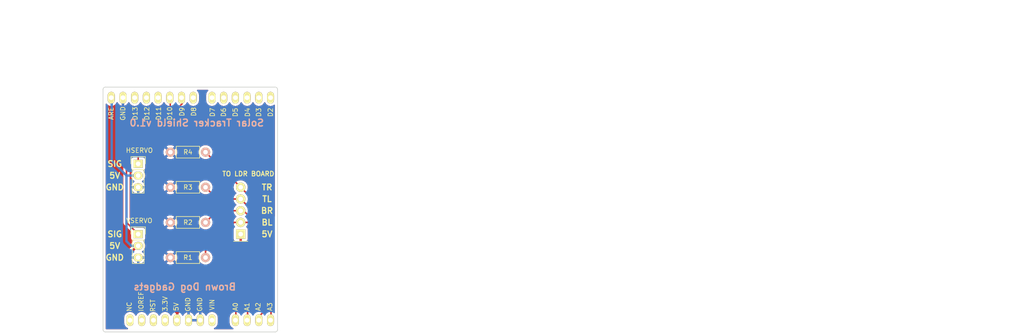
<source format=kicad_pcb>
(kicad_pcb (version 4) (host pcbnew 4.0.5-e0-6337~49~ubuntu16.04.1)

  (general
    (links 22)
    (no_connects 0)
    (area 0.004 37.465 221.076759 106.553)
    (thickness 1.6)
    (drawings 23)
    (tracks 46)
    (zones 0)
    (modules 8)
    (nets 9)
  )

  (page USLetter)
  (title_block
    (title "Solar Tracker Arduino Shield")
    (date "08 May 2017")
    (rev 1.0)
    (company "All rights reserved.")
    (comment 1 help@browndoggadgets.com)
    (comment 2 http://browndoggadgets.com/)
    (comment 3 "Brown Dog Gadgets")
  )

  (layers
    (0 F.Cu signal)
    (31 B.Cu signal)
    (34 B.Paste user)
    (35 F.Paste user)
    (36 B.SilkS user)
    (37 F.SilkS user)
    (38 B.Mask user)
    (39 F.Mask user)
    (40 Dwgs.User user)
    (44 Edge.Cuts user)
    (46 B.CrtYd user)
    (47 F.CrtYd user)
    (48 B.Fab user)
    (49 F.Fab user)
  )

  (setup
    (last_trace_width 0.3302)
    (user_trace_width 0.1524)
    (user_trace_width 0.254)
    (user_trace_width 0.3302)
    (user_trace_width 0.508)
    (user_trace_width 0.762)
    (user_trace_width 1.27)
    (trace_clearance 0.254)
    (zone_clearance 0.508)
    (zone_45_only no)
    (trace_min 0.1524)
    (segment_width 0.1524)
    (edge_width 0.1524)
    (via_size 0.6858)
    (via_drill 0.3302)
    (via_min_size 0.6858)
    (via_min_drill 0.3302)
    (user_via 0.6858 0.3302)
    (user_via 0.762 0.4064)
    (user_via 0.8636 0.508)
    (uvia_size 0.6858)
    (uvia_drill 0.3302)
    (uvias_allowed no)
    (uvia_min_size 0)
    (uvia_min_drill 0)
    (pcb_text_width 0.1524)
    (pcb_text_size 1.016 1.016)
    (mod_edge_width 0.1524)
    (mod_text_size 1.016 1.016)
    (mod_text_width 0.1524)
    (pad_size 1.524 1.524)
    (pad_drill 0.762)
    (pad_to_mask_clearance 0.0762)
    (solder_mask_min_width 0.1016)
    (pad_to_paste_clearance -0.0762)
    (aux_axis_origin 0 0)
    (visible_elements FFFEDF7D)
    (pcbplotparams
      (layerselection 0x310fc_80000001)
      (usegerberextensions true)
      (excludeedgelayer true)
      (linewidth 0.100000)
      (plotframeref false)
      (viasonmask false)
      (mode 1)
      (useauxorigin false)
      (hpglpennumber 1)
      (hpglpenspeed 20)
      (hpglpendiameter 15)
      (hpglpenoverlay 2)
      (psnegative false)
      (psa4output false)
      (plotreference true)
      (plotvalue true)
      (plotinvisibletext false)
      (padsonsilk false)
      (subtractmaskfromsilk false)
      (outputformat 1)
      (mirror false)
      (drillshape 0)
      (scaleselection 1)
      (outputdirectory gerbers))
  )

  (net 0 "")
  (net 1 GND)
  (net 2 +5V)
  (net 3 /A0/BOTTOMLEFT)
  (net 4 /A1/BOTTOMRIGHT)
  (net 5 /A2/TOPLEFT)
  (net 6 /A3/TOPRIGHT)
  (net 7 /D9/HORIZONTAL_SERVO)
  (net 8 /D10/VERTICAL_SERVO)

  (net_class Default "This is the default net class."
    (clearance 0.254)
    (trace_width 0.254)
    (via_dia 0.6858)
    (via_drill 0.3302)
    (uvia_dia 0.6858)
    (uvia_drill 0.3302)
    (add_net +5V)
    (add_net /A0/BOTTOMLEFT)
    (add_net /A1/BOTTOMRIGHT)
    (add_net /A2/TOPLEFT)
    (add_net /A3/TOPRIGHT)
    (add_net /D10/VERTICAL_SERVO)
    (add_net /D9/HORIZONTAL_SERVO)
    (add_net GND)
  )

  (module Wickerlib:RES-CARBONFILM-7MM (layer F.Cu) (tedit 5910D9E6) (tstamp 57D617EF)
    (at 44.831 69.723 180)
    (descr "Resistor, Axial,  RM 7.62mm, 1/3W,")
    (tags "Resistor Axial RM 7.62mm 1/3W R3")
    (path /57D2C491)
    (fp_text reference R3 (at 4.05892 0.30988 180) (layer F.Fab)
      (effects (font (size 1 1) (thickness 0.15)))
    )
    (fp_text value 10K (at 3.81 3.81 180) (layer F.Fab) hide
      (effects (font (size 1 1) (thickness 0.15)))
    )
    (fp_line (start -1.27 -1.524) (end 8.89 -1.524) (layer F.Fab) (width 0.05))
    (fp_line (start -1.27 1.524) (end -1.27 -1.524) (layer F.Fab) (width 0.05))
    (fp_line (start 8.89 1.524) (end -1.27 1.524) (layer F.Fab) (width 0.05))
    (fp_line (start 8.89 -1.524) (end 8.89 1.524) (layer F.Fab) (width 0.05))
    (fp_text user %R (at 3.81 0 180) (layer F.SilkS)
      (effects (font (size 1 1) (thickness 0.15)))
    )
    (fp_line (start -1.25 -1.5) (end 8.85 -1.5) (layer F.CrtYd) (width 0.05))
    (fp_line (start -1.25 1.5) (end -1.25 -1.5) (layer F.CrtYd) (width 0.05))
    (fp_line (start 8.85 -1.5) (end 8.85 1.5) (layer F.CrtYd) (width 0.05))
    (fp_line (start -1.25 1.5) (end 8.85 1.5) (layer F.CrtYd) (width 0.05))
    (fp_line (start 1.27 -1.27) (end 6.35 -1.27) (layer F.SilkS) (width 0.15))
    (fp_line (start 6.35 -1.27) (end 6.35 1.27) (layer F.SilkS) (width 0.15))
    (fp_line (start 6.35 1.27) (end 1.27 1.27) (layer F.SilkS) (width 0.15))
    (fp_line (start 1.27 1.27) (end 1.27 -1.27) (layer F.SilkS) (width 0.15))
    (pad 1 thru_hole circle (at 0 0 180) (size 1.99898 1.99898) (drill 1.00076) (layers *.Cu *.SilkS *.Mask)
      (net 5 /A2/TOPLEFT))
    (pad 2 thru_hole circle (at 7.62 0 180) (size 1.99898 1.99898) (drill 1.00076) (layers *.Cu *.SilkS *.Mask)
      (net 1 GND))
  )

  (module Wickerlib:RES-CARBONFILM-7MM (layer F.Cu) (tedit 5910D9EF) (tstamp 57D617E3)
    (at 44.831 77.343 180)
    (descr "Resistor, Axial,  RM 7.62mm, 1/3W,")
    (tags "Resistor Axial RM 7.62mm 1/3W R3")
    (path /57D2C330)
    (fp_text reference R2 (at 4.05892 0.30988 180) (layer F.Fab)
      (effects (font (size 1 1) (thickness 0.15)))
    )
    (fp_text value 10K (at 3.81 3.81 180) (layer F.Fab) hide
      (effects (font (size 1 1) (thickness 0.15)))
    )
    (fp_line (start -1.27 -1.524) (end 8.89 -1.524) (layer F.Fab) (width 0.05))
    (fp_line (start -1.27 1.524) (end -1.27 -1.524) (layer F.Fab) (width 0.05))
    (fp_line (start 8.89 1.524) (end -1.27 1.524) (layer F.Fab) (width 0.05))
    (fp_line (start 8.89 -1.524) (end 8.89 1.524) (layer F.Fab) (width 0.05))
    (fp_text user %R (at 3.81 0 180) (layer F.SilkS)
      (effects (font (size 1 1) (thickness 0.15)))
    )
    (fp_line (start -1.25 -1.5) (end 8.85 -1.5) (layer F.CrtYd) (width 0.05))
    (fp_line (start -1.25 1.5) (end -1.25 -1.5) (layer F.CrtYd) (width 0.05))
    (fp_line (start 8.85 -1.5) (end 8.85 1.5) (layer F.CrtYd) (width 0.05))
    (fp_line (start -1.25 1.5) (end 8.85 1.5) (layer F.CrtYd) (width 0.05))
    (fp_line (start 1.27 -1.27) (end 6.35 -1.27) (layer F.SilkS) (width 0.15))
    (fp_line (start 6.35 -1.27) (end 6.35 1.27) (layer F.SilkS) (width 0.15))
    (fp_line (start 6.35 1.27) (end 1.27 1.27) (layer F.SilkS) (width 0.15))
    (fp_line (start 1.27 1.27) (end 1.27 -1.27) (layer F.SilkS) (width 0.15))
    (pad 1 thru_hole circle (at 0 0 180) (size 1.99898 1.99898) (drill 1.00076) (layers *.Cu *.SilkS *.Mask)
      (net 4 /A1/BOTTOMRIGHT))
    (pad 2 thru_hole circle (at 7.62 0 180) (size 1.99898 1.99898) (drill 1.00076) (layers *.Cu *.SilkS *.Mask)
      (net 1 GND))
  )

  (module Wickerlib:RES-CARBONFILM-7MM (layer F.Cu) (tedit 57D1FDFE) (tstamp 57D617D7)
    (at 44.831 62.103 180)
    (descr "Resistor, Axial,  RM 7.62mm, 1/3W,")
    (tags "Resistor Axial RM 7.62mm 1/3W R3")
    (path /57D2C3C8)
    (fp_text reference R4 (at 4.05892 0.30988 180) (layer F.Fab)
      (effects (font (size 1 1) (thickness 0.15)))
    )
    (fp_text value 10K (at 3.81 3.81 180) (layer F.Fab) hide
      (effects (font (size 1 1) (thickness 0.15)))
    )
    (fp_line (start -1.27 -1.524) (end 8.89 -1.524) (layer F.Fab) (width 0.05))
    (fp_line (start -1.27 1.524) (end -1.27 -1.524) (layer F.Fab) (width 0.05))
    (fp_line (start 8.89 1.524) (end -1.27 1.524) (layer F.Fab) (width 0.05))
    (fp_line (start 8.89 -1.524) (end 8.89 1.524) (layer F.Fab) (width 0.05))
    (fp_text user %R (at 3.81 0 180) (layer F.SilkS)
      (effects (font (size 1 1) (thickness 0.15)))
    )
    (fp_line (start -1.25 -1.5) (end 8.85 -1.5) (layer F.CrtYd) (width 0.05))
    (fp_line (start -1.25 1.5) (end -1.25 -1.5) (layer F.CrtYd) (width 0.05))
    (fp_line (start 8.85 -1.5) (end 8.85 1.5) (layer F.CrtYd) (width 0.05))
    (fp_line (start -1.25 1.5) (end 8.85 1.5) (layer F.CrtYd) (width 0.05))
    (fp_line (start 1.27 -1.27) (end 6.35 -1.27) (layer F.SilkS) (width 0.15))
    (fp_line (start 6.35 -1.27) (end 6.35 1.27) (layer F.SilkS) (width 0.15))
    (fp_line (start 6.35 1.27) (end 1.27 1.27) (layer F.SilkS) (width 0.15))
    (fp_line (start 1.27 1.27) (end 1.27 -1.27) (layer F.SilkS) (width 0.15))
    (pad 1 thru_hole circle (at 0 0 180) (size 1.99898 1.99898) (drill 1.00076) (layers *.Cu *.SilkS *.Mask)
      (net 6 /A3/TOPRIGHT))
    (pad 2 thru_hole circle (at 7.62 0 180) (size 1.99898 1.99898) (drill 1.00076) (layers *.Cu *.SilkS *.Mask)
      (net 1 GND))
  )

  (module Wickerlib:RES-CARBONFILM-7MM (layer F.Cu) (tedit 5910D9F5) (tstamp 57D617CB)
    (at 44.831 84.963 180)
    (descr "Resistor, Axial,  RM 7.62mm, 1/3W,")
    (tags "Resistor Axial RM 7.62mm 1/3W R3")
    (path /57D2C27B)
    (fp_text reference R1 (at 4.05892 0.30988 180) (layer F.Fab)
      (effects (font (size 1 1) (thickness 0.15)))
    )
    (fp_text value 10K (at 3.81 3.81 180) (layer F.Fab) hide
      (effects (font (size 1 1) (thickness 0.15)))
    )
    (fp_line (start -1.27 -1.524) (end 8.89 -1.524) (layer F.Fab) (width 0.05))
    (fp_line (start -1.27 1.524) (end -1.27 -1.524) (layer F.Fab) (width 0.05))
    (fp_line (start 8.89 1.524) (end -1.27 1.524) (layer F.Fab) (width 0.05))
    (fp_line (start 8.89 -1.524) (end 8.89 1.524) (layer F.Fab) (width 0.05))
    (fp_text user %R (at 3.81 0 180) (layer F.SilkS)
      (effects (font (size 1 1) (thickness 0.15)))
    )
    (fp_line (start -1.25 -1.5) (end 8.85 -1.5) (layer F.CrtYd) (width 0.05))
    (fp_line (start -1.25 1.5) (end -1.25 -1.5) (layer F.CrtYd) (width 0.05))
    (fp_line (start 8.85 -1.5) (end 8.85 1.5) (layer F.CrtYd) (width 0.05))
    (fp_line (start -1.25 1.5) (end 8.85 1.5) (layer F.CrtYd) (width 0.05))
    (fp_line (start 1.27 -1.27) (end 6.35 -1.27) (layer F.SilkS) (width 0.15))
    (fp_line (start 6.35 -1.27) (end 6.35 1.27) (layer F.SilkS) (width 0.15))
    (fp_line (start 6.35 1.27) (end 1.27 1.27) (layer F.SilkS) (width 0.15))
    (fp_line (start 1.27 1.27) (end 1.27 -1.27) (layer F.SilkS) (width 0.15))
    (pad 1 thru_hole circle (at 0 0 180) (size 1.99898 1.99898) (drill 1.00076) (layers *.Cu *.SilkS *.Mask)
      (net 3 /A0/BOTTOMLEFT))
    (pad 2 thru_hole circle (at 7.62 0 180) (size 1.99898 1.99898) (drill 1.00076) (layers *.Cu *.SilkS *.Mask)
      (net 1 GND))
  )

  (module Wickerlib:CONN-HEADER-STRAIGHT-P2.54MM-1x03 (layer F.Cu) (tedit 5910DA14) (tstamp 57D617B5)
    (at 30.226 79.883)
    (descr "Through hole pin header")
    (tags "pin header")
    (path /57CF461B)
    (fp_text reference J2 (at 0 2.794) (layer F.Fab)
      (effects (font (size 1 1) (thickness 0.15)))
    )
    (fp_text value SERVO (at 0 2.794 90) (layer F.CrtYd)
      (effects (font (size 1 1) (thickness 0.15)))
    )
    (fp_text user VSERVO (at 0.254 -2.921) (layer F.SilkS)
      (effects (font (size 1 1) (thickness 0.15)))
    )
    (fp_line (start -1.778 6.858) (end -1.778 -1.778) (layer F.Fab) (width 0.05))
    (fp_line (start 1.778 6.858) (end -1.778 6.858) (layer F.Fab) (width 0.05))
    (fp_line (start 1.778 -1.778) (end 1.778 6.858) (layer F.Fab) (width 0.05))
    (fp_line (start -1.778 -1.778) (end 1.778 -1.778) (layer F.Fab) (width 0.05))
    (fp_line (start -1.75 -1.75) (end -1.75 6.85) (layer F.CrtYd) (width 0.05))
    (fp_line (start 1.75 -1.75) (end 1.75 6.85) (layer F.CrtYd) (width 0.05))
    (fp_line (start -1.75 -1.75) (end 1.75 -1.75) (layer F.CrtYd) (width 0.05))
    (fp_line (start -1.75 6.85) (end 1.75 6.85) (layer F.CrtYd) (width 0.05))
    (fp_line (start -1.27 1.27) (end -1.27 6.35) (layer F.SilkS) (width 0.15))
    (fp_line (start -1.27 6.35) (end 1.27 6.35) (layer F.SilkS) (width 0.15))
    (fp_line (start 1.27 6.35) (end 1.27 1.27) (layer F.SilkS) (width 0.15))
    (fp_line (start 1.55 -1.55) (end 1.55 0) (layer F.SilkS) (width 0.15))
    (fp_line (start 1.27 1.27) (end -1.27 1.27) (layer F.SilkS) (width 0.15))
    (fp_line (start -1.55 0) (end -1.55 -1.55) (layer F.SilkS) (width 0.15))
    (fp_line (start -1.55 -1.55) (end 1.55 -1.55) (layer F.SilkS) (width 0.15))
    (pad 1 thru_hole rect (at 0 0) (size 2.032 1.7272) (drill 1.016) (layers *.Cu *.Mask F.SilkS)
      (net 8 /D10/VERTICAL_SERVO))
    (pad 2 thru_hole oval (at 0 2.54) (size 2.032 1.7272) (drill 1.016) (layers *.Cu *.Mask F.SilkS)
      (net 2 +5V))
    (pad 3 thru_hole oval (at 0 5.08) (size 2.032 1.7272) (drill 1.016) (layers *.Cu *.Mask F.SilkS)
      (net 1 GND))
  )

  (module Wickerlib:CONN-HEADER-STRAIGHT-P2.54MM-1x03 (layer F.Cu) (tedit 5910DA10) (tstamp 57D617AE)
    (at 30.226 64.643)
    (descr "Through hole pin header")
    (tags "pin header")
    (path /57CF459B)
    (fp_text reference J1 (at 0 2.794) (layer F.Fab)
      (effects (font (size 1 1) (thickness 0.15)))
    )
    (fp_text value SERVO (at 0 2.794 90) (layer F.CrtYd)
      (effects (font (size 1 1) (thickness 0.15)))
    )
    (fp_text user HSERVO (at 0.254 -2.921) (layer F.SilkS)
      (effects (font (size 1 1) (thickness 0.15)))
    )
    (fp_line (start -1.778 6.858) (end -1.778 -1.778) (layer F.Fab) (width 0.05))
    (fp_line (start 1.778 6.858) (end -1.778 6.858) (layer F.Fab) (width 0.05))
    (fp_line (start 1.778 -1.778) (end 1.778 6.858) (layer F.Fab) (width 0.05))
    (fp_line (start -1.778 -1.778) (end 1.778 -1.778) (layer F.Fab) (width 0.05))
    (fp_line (start -1.75 -1.75) (end -1.75 6.85) (layer F.CrtYd) (width 0.05))
    (fp_line (start 1.75 -1.75) (end 1.75 6.85) (layer F.CrtYd) (width 0.05))
    (fp_line (start -1.75 -1.75) (end 1.75 -1.75) (layer F.CrtYd) (width 0.05))
    (fp_line (start -1.75 6.85) (end 1.75 6.85) (layer F.CrtYd) (width 0.05))
    (fp_line (start -1.27 1.27) (end -1.27 6.35) (layer F.SilkS) (width 0.15))
    (fp_line (start -1.27 6.35) (end 1.27 6.35) (layer F.SilkS) (width 0.15))
    (fp_line (start 1.27 6.35) (end 1.27 1.27) (layer F.SilkS) (width 0.15))
    (fp_line (start 1.55 -1.55) (end 1.55 0) (layer F.SilkS) (width 0.15))
    (fp_line (start 1.27 1.27) (end -1.27 1.27) (layer F.SilkS) (width 0.15))
    (fp_line (start -1.55 0) (end -1.55 -1.55) (layer F.SilkS) (width 0.15))
    (fp_line (start -1.55 -1.55) (end 1.55 -1.55) (layer F.SilkS) (width 0.15))
    (pad 1 thru_hole rect (at 0 0) (size 2.032 1.7272) (drill 1.016) (layers *.Cu *.Mask F.SilkS)
      (net 7 /D9/HORIZONTAL_SERVO))
    (pad 2 thru_hole oval (at 0 2.54) (size 2.032 1.7272) (drill 1.016) (layers *.Cu *.Mask F.SilkS)
      (net 2 +5V))
    (pad 3 thru_hole oval (at 0 5.08) (size 2.032 1.7272) (drill 1.016) (layers *.Cu *.Mask F.SilkS)
      (net 1 GND))
  )

  (module Wickerlib:CONN-ONSHORE-SCREW-GREEN-5PIN-TH (layer F.Cu) (tedit 5910DA02) (tstamp 57D62735)
    (at 52.451 79.883 180)
    (descr "Through hole pin header")
    (tags "pin header")
    (path /57D62907)
    (fp_text reference J3 (at 0 2.54 180) (layer F.Fab)
      (effects (font (size 1 1) (thickness 0.15)))
    )
    (fp_text value "TO LDR BOARD" (at 2.286 3.302 270) (layer F.Fab) hide
      (effects (font (size 1 1) (thickness 0.15)))
    )
    (fp_circle (center 0 0) (end 0 0.254) (layer F.Fab) (width 0.2))
    (fp_text user "TO LDR BOARD" (at -1.651 13.081 360) (layer F.SilkS)
      (effects (font (size 1.016 1.016) (thickness 0.2032)))
    )
    (fp_line (start -3.33 -1.75) (end -3.33 11.76) (layer F.CrtYd) (width 0.05))
    (fp_line (start 3.33 -1.75) (end 3.33 11.76) (layer F.CrtYd) (width 0.05))
    (fp_line (start -3.3 -1.75) (end 3.3 -1.75) (layer F.CrtYd) (width 0.05))
    (fp_line (start -3.3 11.76) (end 3.3 11.76) (layer F.CrtYd) (width 0.05))
    (fp_line (start -1.55 -1.55) (end 1.55 -1.55) (layer F.SilkS) (width 0.15))
    (fp_line (start 3.33 -1.75) (end 3.33 11.76) (layer F.Fab) (width 0.05))
    (fp_line (start -3.3 -1.75) (end 3.3 -1.75) (layer F.Fab) (width 0.05))
    (fp_line (start -3.33 -1.75) (end -3.33 11.76) (layer F.Fab) (width 0.05))
    (fp_line (start -3.3 11.76) (end 3.3 11.76) (layer F.Fab) (width 0.05))
    (pad 1 thru_hole rect (at 0 0 180) (size 2.032 2.032) (drill 1.016) (layers *.Cu *.Mask F.SilkS)
      (net 2 +5V))
    (pad 2 thru_hole oval (at 0 2.54 180) (size 2.032 2.032) (drill 1.016) (layers *.Cu *.Mask F.SilkS)
      (net 3 /A0/BOTTOMLEFT))
    (pad 3 thru_hole oval (at 0 5.08 180) (size 2.032 2.032) (drill 1.016) (layers *.Cu *.Mask F.SilkS)
      (net 4 /A1/BOTTOMRIGHT))
    (pad 4 thru_hole oval (at 0 7.62 180) (size 2.032 2.032) (drill 1.016) (layers *.Cu *.Mask F.SilkS)
      (net 5 /A2/TOPLEFT))
    (pad 5 thru_hole oval (at 0 10.16 180) (size 2.032 2.032) (drill 1.016) (layers *.Cu *.Mask F.SilkS)
      (net 6 /A3/TOPRIGHT))
  )

  (module Wickerlib:ARDUINO-UNO-SHIELD-CUSTOM1 locked (layer F.Cu) (tedit 5910DC55) (tstamp 5910DCE4)
    (at 0.508 101.092)
    (descr none)
    (path /5911035A)
    (fp_text reference U1 (at 5.715 -57.15) (layer F.SilkS) hide
      (effects (font (thickness 0.3048)))
    )
    (fp_text value ARDUINO (at 10.16 -54.61) (layer F.SilkS) hide
      (effects (font (thickness 0.3048)))
    )
    (fp_line (start 0 0) (end 66.04 0) (layer F.CrtYd) (width 0.2))
    (fp_line (start 66.04 -2.54) (end 66.04 0) (layer F.CrtYd) (width 0.2))
    (fp_line (start 66.04 -2.54) (end 70.993 -6.223) (layer F.CrtYd) (width 0.2))
    (fp_line (start 66.04 -40.64) (end 70.993 -35.814) (layer F.CrtYd) (width 0.2))
    (fp_line (start 70.993 -35.814) (end 70.993 -27.94) (layer F.CrtYd) (width 0.2))
    (fp_line (start 70.993 -27.94) (end 70.993 -6.223) (layer F.CrtYd) (width 0.2))
    (fp_text user IOREF (at 30.353 -6.604 90) (layer F.SilkS)
      (effects (font (size 1 1) (thickness 0.15)))
    )
    (fp_text user NC (at 27.793 -5.461 90) (layer F.SilkS)
      (effects (font (size 1 1) (thickness 0.15)))
    )
    (fp_text user RST (at 32.893 -5.715 90) (layer F.SilkS)
      (effects (font (size 1 1) (thickness 0.15)))
    )
    (fp_text user 3.3V (at 35.56 -6.096 90) (layer F.SilkS)
      (effects (font (size 1 1) (thickness 0.15)))
    )
    (fp_text user 5V (at 37.953 -5.461 90) (layer F.SilkS)
      (effects (font (size 1 1) (thickness 0.15)))
    )
    (fp_text user GND (at 40.493 -5.969 90) (layer F.SilkS)
      (effects (font (size 1 1) (thickness 0.15)))
    )
    (fp_text user GND (at 43.068 -5.969 90) (layer F.SilkS)
      (effects (font (size 1 1) (thickness 0.15)))
    )
    (fp_text user VIN (at 45.743 -5.894 90) (layer F.SilkS)
      (effects (font (size 1 1) (thickness 0.15)))
    )
    (fp_text user A3 (at 58.273 -5.461 90) (layer F.SilkS)
      (effects (font (size 1 1) (thickness 0.15)))
    )
    (fp_text user A2 (at 55.733 -5.461 90) (layer F.SilkS)
      (effects (font (size 1 1) (thickness 0.15)))
    )
    (fp_text user A1 (at 53.32 -5.461 90) (layer F.SilkS)
      (effects (font (size 1 1) (thickness 0.15)))
    )
    (fp_text user A0 (at 50.8 -5.461 90) (layer F.SilkS)
      (effects (font (size 1 1) (thickness 0.15)))
    )
    (fp_text user ARE (at 23.856 -47.371 90) (layer F.SilkS)
      (effects (font (size 1 1) (thickness 0.15)))
    )
    (fp_text user GND (at 26.396 -47.371 90) (layer F.SilkS)
      (effects (font (size 1 1) (thickness 0.15)))
    )
    (fp_text user D13 (at 29.063 -47.371 90) (layer F.SilkS)
      (effects (font (size 1 1) (thickness 0.15)))
    )
    (fp_text user D12 (at 31.603 -47.371 90) (layer F.SilkS)
      (effects (font (size 1 1) (thickness 0.15)))
    )
    (fp_text user D11 (at 34.143 -47.371 90) (layer F.SilkS)
      (effects (font (size 1 1) (thickness 0.15)))
    )
    (fp_text user D10 (at 36.556 -47.371 90) (layer F.SilkS)
      (effects (font (size 1 1) (thickness 0.15)))
    )
    (fp_text user D9 (at 39.223 -47.752 90) (layer F.SilkS)
      (effects (font (size 1 1) (thickness 0.15)))
    )
    (fp_text user D8 (at 41.763 -47.752 90) (layer F.SilkS)
      (effects (font (size 1 1) (thickness 0.15)))
    )
    (fp_text user D7 (at 45.827 -47.625 90) (layer F.SilkS)
      (effects (font (size 1 1) (thickness 0.15)))
    )
    (fp_text user D6 (at 48.24 -47.625 90) (layer F.SilkS)
      (effects (font (size 1 1) (thickness 0.15)))
    )
    (fp_text user D5 (at 50.78 -47.625 90) (layer F.SilkS)
      (effects (font (size 1 1) (thickness 0.15)))
    )
    (fp_text user D4 (at 53.447 -47.625 90) (layer F.SilkS)
      (effects (font (size 1 1) (thickness 0.15)))
    )
    (fp_text user D3 (at 55.86 -47.625 90) (layer F.SilkS)
      (effects (font (size 1 1) (thickness 0.15)))
    )
    (fp_text user D2 (at 58.4 -47.625 90) (layer F.SilkS)
      (effects (font (size 1 1) (thickness 0.15)))
    )
    (fp_line (start 66.04 -40.64) (end 66.04 -52.07) (layer F.CrtYd) (width 0.2))
    (fp_line (start 66.04 -52.07) (end 64.77 -53.34) (layer F.CrtYd) (width 0.2))
    (fp_line (start 64.77 -53.34) (end 0 -53.34) (layer F.CrtYd) (width 0.2))
    (fp_line (start 0 0) (end 0 -53.34) (layer F.CrtYd) (width 0.2))
    (pad A3 thru_hole oval (at 58.42 -2.54 90) (size 2.54 1.524) (drill 1.016) (layers *.Cu *.Mask F.SilkS)
      (net 6 /A3/TOPRIGHT))
    (pad A0 thru_hole oval (at 50.8 -2.54 90) (size 2.54 1.524) (drill 1.016) (layers *.Cu *.Mask F.SilkS)
      (net 3 /A0/BOTTOMLEFT))
    (pad A1 thru_hole oval (at 53.34 -2.54 90) (size 2.54 1.524) (drill 1.016) (layers *.Cu *.Mask F.SilkS)
      (net 4 /A1/BOTTOMRIGHT))
    (pad A2 thru_hole oval (at 55.88 -2.54 90) (size 2.54 1.524) (drill 1.016) (layers *.Cu *.Mask F.SilkS)
      (net 5 /A2/TOPLEFT))
    (pad VIN thru_hole oval (at 45.72 -2.54 90) (size 2.54 1.524) (drill 1.016) (layers *.Cu *.Mask F.SilkS))
    (pad GND2 thru_hole oval (at 43.18 -2.54 90) (size 2.54 1.524) (drill 1.016) (layers *.Cu *.Mask F.SilkS)
      (net 1 GND))
    (pad GND1 thru_hole oval (at 40.64 -2.54 90) (size 2.54 1.524) (drill 1.016) (layers *.Cu *.Mask F.SilkS)
      (net 1 GND))
    (pad 3V3 thru_hole oval (at 35.56 -2.54 90) (size 2.54 1.524) (drill 1.016) (layers *.Cu *.Mask F.SilkS))
    (pad RST thru_hole oval (at 33.02 -2.54 90) (size 2.54 1.524) (drill 1.016) (layers *.Cu *.Mask F.SilkS))
    (pad D2 thru_hole oval (at 58.42 -50.8 90) (size 2.54 1.524) (drill 1.016) (layers *.Cu *.Mask F.SilkS))
    (pad D3 thru_hole oval (at 55.88 -50.8 90) (size 2.54 1.524) (drill 1.016) (layers *.Cu *.Mask F.SilkS))
    (pad D4 thru_hole oval (at 53.34 -50.8 90) (size 2.54 1.524) (drill 1.016) (layers *.Cu *.Mask F.SilkS))
    (pad D5 thru_hole oval (at 50.8 -50.8 90) (size 2.54 1.524) (drill 1.016) (layers *.Cu *.Mask F.SilkS))
    (pad D6 thru_hole oval (at 48.26 -50.8 90) (size 2.54 1.524) (drill 1.016) (layers *.Cu *.Mask F.SilkS))
    (pad D7 thru_hole oval (at 45.72 -50.8 90) (size 2.54 1.524) (drill 1.016) (layers *.Cu *.Mask F.SilkS))
    (pad D8 thru_hole oval (at 41.656 -50.8 90) (size 2.54 1.524) (drill 1.016) (layers *.Cu *.Mask F.SilkS))
    (pad D9 thru_hole oval (at 39.116 -50.8 90) (size 2.54 1.524) (drill 1.016) (layers *.Cu *.Mask F.SilkS)
      (net 7 /D9/HORIZONTAL_SERVO))
    (pad D10 thru_hole oval (at 36.576 -50.8 90) (size 2.54 1.524) (drill 1.016) (layers *.Cu *.Mask F.SilkS)
      (net 8 /D10/VERTICAL_SERVO))
    (pad D11 thru_hole oval (at 34.036 -50.8 90) (size 2.54 1.524) (drill 1.016) (layers *.Cu *.Mask F.SilkS))
    (pad D12 thru_hole oval (at 31.496 -50.8 90) (size 2.54 1.524) (drill 1.016) (layers *.Cu *.Mask F.SilkS))
    (pad D13 thru_hole oval (at 28.956 -50.8 90) (size 2.54 1.524) (drill 1.016) (layers *.Cu *.Mask F.SilkS))
    (pad GND3 thru_hole oval (at 26.416 -50.8 90) (size 2.54 1.524) (drill 1.016) (layers *.Cu *.Mask F.SilkS)
      (net 1 GND))
    (pad AREF thru_hole oval (at 23.876 -50.8 90) (size 2.54 1.524) (drill 1.016) (layers *.Cu *.Mask F.SilkS)
      (net 2 +5V))
    (pad 5V thru_hole oval (at 38.1 -2.54 90) (size 2.54 1.524) (drill 1.016) (layers *.Cu *.Mask F.SilkS)
      (net 2 +5V))
    (pad IO thru_hole oval (at 30.48 -2.54 90) (size 2.54 1.524) (drill 1.016) (layers *.Cu *.Mask F.SilkS))
    (pad NC thru_hole oval (at 27.94 -2.54 90) (size 2.54 1.524) (drill 1.016) (layers *.Cu *.Mask F.SilkS))
  )

  (gr_arc (start 23.114 100.584) (end 23.114 101.092) (angle 90) (layer Edge.Cuts) (width 0.1524))
  (gr_arc (start 59.944 100.584) (end 60.452 100.584) (angle 90) (layer Edge.Cuts) (width 0.1524))
  (gr_arc (start 59.944 48.514) (end 59.944 48.006) (angle 90) (layer Edge.Cuts) (width 0.1524))
  (gr_arc (start 23.114 48.514) (end 22.606 48.514) (angle 90) (layer Edge.Cuts) (width 0.1524))
  (gr_text "Solar Shield v1.0" (at 51.181 44.958) (layer F.Fab)
    (effects (font (size 1.5 1.5) (thickness 0.3)))
  )
  (gr_text "Brown Dog Gadgets " (at 39.751 91.313) (layer B.SilkS)
    (effects (font (size 1.5 1.5) (thickness 0.3)) (justify mirror))
  )
  (gr_text "Solar Tracker Shield v1.0" (at 42.926 55.753) (layer B.SilkS)
    (effects (font (size 1.5 1.5) (thickness 0.3)) (justify mirror))
  )
  (gr_text BL (at 58.166 77.343) (layer F.SilkS) (tstamp 57D6274E)
    (effects (font (size 1.27 1.27) (thickness 0.254)))
  )
  (gr_text TR (at 58.166 69.723) (layer F.SilkS) (tstamp 57D6274D)
    (effects (font (size 1.27 1.27) (thickness 0.254)))
  )
  (gr_text TL (at 58.166 72.263) (layer F.SilkS) (tstamp 57D6274C)
    (effects (font (size 1.27 1.27) (thickness 0.254)))
  )
  (gr_text BR (at 58.166 74.803) (layer F.SilkS) (tstamp 57D6274B)
    (effects (font (size 1.27 1.27) (thickness 0.254)))
  )
  (gr_text 5V (at 58.166 79.883) (layer F.SilkS) (tstamp 57D6274A)
    (effects (font (size 1.27 1.27) (thickness 0.254)))
  )
  (gr_text GND (at 25.146 84.963) (layer F.SilkS) (tstamp 57D619B6)
    (effects (font (size 1.27 1.27) (thickness 0.254)))
  )
  (gr_text 5V (at 25.146 82.423) (layer F.SilkS) (tstamp 57D619B5)
    (effects (font (size 1.27 1.27) (thickness 0.254)))
  )
  (gr_text GND (at 25.146 69.723) (layer F.SilkS) (tstamp 57D61989)
    (effects (font (size 1.27 1.27) (thickness 0.254)))
  )
  (gr_text 5V (at 25.146 67.183) (layer F.SilkS) (tstamp 57D61988)
    (effects (font (size 1.27 1.27) (thickness 0.254)))
  )
  (gr_text SIG (at 25.146 64.643) (layer F.SilkS) (tstamp 57D61987)
    (effects (font (size 1.27 1.27) (thickness 0.254)))
  )
  (gr_text SIG (at 25.146 79.883) (layer F.SilkS)
    (effects (font (size 1.27 1.27) (thickness 0.254)))
  )
  (gr_line (start 59.944 101.092) (end 23.114 101.092) (angle 90) (layer Edge.Cuts) (width 0.15) (tstamp 57C71440))
  (gr_line (start 60.452 48.514) (end 60.452 100.584) (angle 90) (layer Edge.Cuts) (width 0.15) (tstamp 57C71422))
  (gr_line (start 22.606 48.514) (end 22.606 100.584) (angle 90) (layer Edge.Cuts) (width 0.15))
  (gr_line (start 59.944 48.006) (end 23.114 48.006) (angle 90) (layer Edge.Cuts) (width 0.15))
  (gr_text "FABRICATION NOTES\n\n1. THIS IS A 2 LAYER BOARD. \n2. EXTERNAL LAYERS SHALL HAVE 1 OZ COPPER.\n3. MATERIAL: FR4 AND 0.062 INCH +/- 10% THICK.\n4. BOARDS SHALL BE ROHS COMPLIANT. \n5. MANUFACTURE IN ACCORDANCE WITH IPC-6012 CLASS 2\n6. MASK: BOTH SIDES OF THE BOARD SHALL HAVE \n   SOLDER MASK (ANY COLOR) OVER BARE COPPER. \n7. SILK: BOTH SIDES OF THE BOARD SHALL HAVE \n   WHITE SILKSCREEN. DO NOT PLACE SILK OVER BARE COPPER.\n8. FINISH: ENIG.\n9. MINIMUM TRACE WIDTH - 0.006 INCH.\n   MINIMUM SPACE - 0.006 INCH.\n   MINIMUM HOLE DIA - 0.013 INCH. \n10. MAX HOLE PLACEMENT TOLERANCE OF +/- 0.003 INCH.\n11. MAX HOLE DIAMETER TOLERANCE OF +/- 0.003 INCH AFTER PLATING." (at 79.248 63.754) (layer Dwgs.User)
    (effects (font (size 2.54 2.54) (thickness 0.254)) (justify left))
  )

  (segment (start 52.451 79.883) (end 52.451 83.2612) (width 0.508) (layer F.Cu) (net 2))
  (segment (start 52.451 83.2612) (end 38.6842 97.028) (width 0.508) (layer F.Cu) (net 2))
  (segment (start 27.686 86.0298) (end 27.686 84.8106) (width 0.508) (layer F.Cu) (net 2))
  (segment (start 27.686 84.8106) (end 30.0736 82.423) (width 0.508) (layer F.Cu) (net 2))
  (segment (start 30.0736 82.423) (end 30.226 82.423) (width 0.508) (layer F.Cu) (net 2))
  (segment (start 38.6842 98.552) (end 38.6842 97.028) (width 0.508) (layer F.Cu) (net 2))
  (segment (start 38.6842 97.028) (end 27.686 86.0298) (width 0.508) (layer F.Cu) (net 2))
  (segment (start 27.686 67.183) (end 27.686 81.407) (width 0.508) (layer B.Cu) (net 2))
  (segment (start 27.686 81.407) (end 28.702 82.423) (width 0.508) (layer B.Cu) (net 2))
  (segment (start 28.702 82.423) (end 30.226 82.423) (width 0.508) (layer B.Cu) (net 2))
  (segment (start 24.4856 63.9826) (end 27.686 67.183) (width 0.508) (layer B.Cu) (net 2))
  (segment (start 27.686 67.183) (end 30.226 67.183) (width 0.508) (layer B.Cu) (net 2))
  (segment (start 24.4856 50.292) (end 24.4856 63.9826) (width 0.508) (layer B.Cu) (net 2))
  (segment (start 52.451 77.343) (end 54.356 77.343) (width 0.3302) (layer F.Cu) (net 3))
  (segment (start 54.356 77.343) (end 55.626 78.613) (width 0.3302) (layer F.Cu) (net 3))
  (segment (start 55.626 78.613) (end 55.626 88.138) (width 0.3302) (layer F.Cu) (net 3))
  (segment (start 55.626 88.138) (end 51.4096 92.3544) (width 0.3302) (layer F.Cu) (net 3))
  (segment (start 51.4096 92.3544) (end 51.4096 98.552) (width 0.3302) (layer F.Cu) (net 3))
  (segment (start 52.451 77.343) (end 51.01416 77.343) (width 0.3302) (layer F.Cu) (net 3))
  (segment (start 51.01416 77.343) (end 44.831 83.52616) (width 0.3302) (layer F.Cu) (net 3))
  (segment (start 44.831 83.52616) (end 44.831 84.963) (width 0.3302) (layer F.Cu) (net 3))
  (segment (start 53.9496 94.488) (end 53.9496 97.2058) (width 0.3302) (layer F.Cu) (net 4))
  (segment (start 52.451 74.803) (end 53.086 74.803) (width 0.3302) (layer F.Cu) (net 4))
  (segment (start 53.086 74.803) (end 56.896 78.613) (width 0.3302) (layer F.Cu) (net 4))
  (segment (start 56.896 78.613) (end 56.896 91.5416) (width 0.3302) (layer F.Cu) (net 4))
  (segment (start 56.896 91.5416) (end 53.9496 94.488) (width 0.3302) (layer F.Cu) (net 4))
  (segment (start 53.9496 97.2058) (end 53.9496 98.552) (width 0.3302) (layer F.Cu) (net 4))
  (segment (start 52.451 74.803) (end 47.371 74.803) (width 0.3302) (layer F.Cu) (net 4))
  (segment (start 47.371 74.803) (end 44.831 77.343) (width 0.3302) (layer F.Cu) (net 4))
  (segment (start 56.4896 97.663) (end 56.4896 98.552) (width 0.3302) (layer F.Cu) (net 5))
  (segment (start 52.451 72.263) (end 58.166 77.978) (width 0.3302) (layer F.Cu) (net 5))
  (segment (start 58.166 77.978) (end 58.166 95.9866) (width 0.3302) (layer F.Cu) (net 5))
  (segment (start 58.166 95.9866) (end 56.4896 97.663) (width 0.3302) (layer F.Cu) (net 5))
  (segment (start 52.451 72.263) (end 47.371 72.263) (width 0.3302) (layer F.Cu) (net 5))
  (segment (start 47.371 72.263) (end 44.831 69.723) (width 0.3302) (layer F.Cu) (net 5))
  (segment (start 52.451 69.723) (end 59.0296 76.3016) (width 0.3302) (layer F.Cu) (net 6))
  (segment (start 59.0296 76.3016) (end 59.0296 98.552) (width 0.3302) (layer F.Cu) (net 6))
  (segment (start 44.831 62.103) (end 52.451 69.723) (width 0.3302) (layer F.Cu) (net 6))
  (segment (start 39.7256 50.292) (end 39.7256 51.6382) (width 0.3302) (layer F.Cu) (net 7))
  (segment (start 30.226 61.1378) (end 30.226 64.643) (width 0.3302) (layer F.Cu) (net 7))
  (segment (start 39.7256 51.6382) (end 30.226 61.1378) (width 0.3302) (layer F.Cu) (net 7))
  (segment (start 27.686 66.04) (end 27.686 77.343) (width 0.3302) (layer F.Cu) (net 8))
  (segment (start 37.1856 50.292) (end 37.1856 52.9844) (width 0.3302) (layer F.Cu) (net 8))
  (segment (start 37.1856 52.9844) (end 27.686 62.484) (width 0.3302) (layer F.Cu) (net 8))
  (segment (start 27.686 62.484) (end 27.686 66.04) (width 0.3302) (layer F.Cu) (net 8))
  (segment (start 27.686 77.343) (end 30.226 79.883) (width 0.3302) (layer F.Cu) (net 8))

  (zone (net 1) (net_name GND) (layer F.Cu) (tstamp 0) (hatch edge 0.508)
    (connect_pads (clearance 0.508))
    (min_thickness 0.254)
    (fill yes (arc_segments 16) (thermal_gap 0.508) (thermal_bridge_width 0.508))
    (polygon
      (pts
        (xy 60.198 48.006) (xy 60.452 101.346) (xy 22.606 101.346) (xy 22.606 48.006)
      )
    )
    (filled_polygon
      (pts
        (xy 54.8259 78.944412) (xy 54.8259 87.806588) (xy 50.843844 91.788644) (xy 50.670404 92.048215) (xy 50.6095 92.3544)
        (xy 50.6095 96.825528) (xy 50.320172 97.018851) (xy 50.01734 97.47207) (xy 49.911 98.006679) (xy 49.911 99.097321)
        (xy 50.01734 99.63193) (xy 50.320172 100.085149) (xy 50.76444 100.382) (xy 46.77156 100.382) (xy 47.215828 100.085149)
        (xy 47.51866 99.63193) (xy 47.625 99.097321) (xy 47.625 98.006679) (xy 47.51866 97.47207) (xy 47.215828 97.018851)
        (xy 46.762609 96.716019) (xy 46.228 96.609679) (xy 45.693391 96.716019) (xy 45.240172 97.018851) (xy 44.94867 97.455113)
        (xy 44.930059 97.392059) (xy 44.586026 96.96637) (xy 44.105277 96.70474) (xy 44.03107 96.68978) (xy 43.815 96.81228)
        (xy 43.815 98.425) (xy 43.835 98.425) (xy 43.835 98.679) (xy 43.815 98.679) (xy 43.815 98.699)
        (xy 43.561 98.699) (xy 43.561 98.679) (xy 41.275 98.679) (xy 41.275 98.699) (xy 41.021 98.699)
        (xy 41.021 98.679) (xy 41.001 98.679) (xy 41.001 98.425) (xy 41.021 98.425) (xy 41.021 96.81228)
        (xy 41.275 96.81228) (xy 41.275 98.425) (xy 43.561 98.425) (xy 43.561 96.81228) (xy 43.34493 96.68978)
        (xy 43.270723 96.70474) (xy 42.789974 96.96637) (xy 42.445941 97.392059) (xy 42.418 97.486723) (xy 42.390059 97.392059)
        (xy 42.046026 96.96637) (xy 41.565277 96.70474) (xy 41.49107 96.68978) (xy 41.275 96.81228) (xy 41.021 96.81228)
        (xy 40.80493 96.68978) (xy 40.730723 96.70474) (xy 40.249974 96.96637) (xy 39.905941 97.392059) (xy 39.88733 97.455113)
        (xy 39.737924 97.231512) (xy 53.079618 83.889818) (xy 53.272329 83.601406) (xy 53.34 83.2612) (xy 53.34 81.54644)
        (xy 53.467 81.54644) (xy 53.702317 81.502162) (xy 53.918441 81.36309) (xy 54.063431 81.15089) (xy 54.11444 80.899)
        (xy 54.11444 78.867) (xy 54.070162 78.631683) (xy 53.93109 78.415559) (xy 53.782163 78.313802) (xy 53.896222 78.1431)
        (xy 54.024588 78.1431)
      )
    )
    (filled_polygon
      (pts
        (xy 27.051 50.165) (xy 27.071 50.165) (xy 27.071 50.419) (xy 27.051 50.419) (xy 27.051 52.03172)
        (xy 27.26707 52.15422) (xy 27.341277 52.13926) (xy 27.822026 51.87763) (xy 28.166059 51.451941) (xy 28.18467 51.388887)
        (xy 28.476172 51.825149) (xy 28.929391 52.127981) (xy 29.464 52.234321) (xy 29.998609 52.127981) (xy 30.451828 51.825149)
        (xy 30.734 51.40285) (xy 31.016172 51.825149) (xy 31.469391 52.127981) (xy 32.004 52.234321) (xy 32.538609 52.127981)
        (xy 32.991828 51.825149) (xy 33.274 51.40285) (xy 33.556172 51.825149) (xy 34.009391 52.127981) (xy 34.544 52.234321)
        (xy 35.078609 52.127981) (xy 35.531828 51.825149) (xy 35.814 51.40285) (xy 36.096172 51.825149) (xy 36.3855 52.018472)
        (xy 36.3855 52.652988) (xy 27.120244 61.918244) (xy 26.946804 62.177815) (xy 26.8859 62.484) (xy 26.8859 77.343)
        (xy 26.946804 77.649185) (xy 27.120244 77.908756) (xy 28.56256 79.351072) (xy 28.56256 80.7466) (xy 28.606838 80.981917)
        (xy 28.74591 81.198041) (xy 28.95811 81.343031) (xy 28.999439 81.3514) (xy 28.981585 81.36333) (xy 28.656729 81.849511)
        (xy 28.542655 82.423) (xy 28.588066 82.651298) (xy 27.057382 84.181982) (xy 26.864671 84.470394) (xy 26.797 84.8106)
        (xy 26.797 86.0298) (xy 26.864671 86.370006) (xy 27.016861 86.597774) (xy 27.057382 86.658418) (xy 37.539119 97.140155)
        (xy 37.338 97.44115) (xy 37.055828 97.018851) (xy 36.602609 96.716019) (xy 36.068 96.609679) (xy 35.533391 96.716019)
        (xy 35.080172 97.018851) (xy 34.798 97.44115) (xy 34.515828 97.018851) (xy 34.062609 96.716019) (xy 33.528 96.609679)
        (xy 32.993391 96.716019) (xy 32.540172 97.018851) (xy 32.258 97.44115) (xy 31.975828 97.018851) (xy 31.522609 96.716019)
        (xy 30.988 96.609679) (xy 30.453391 96.716019) (xy 30.000172 97.018851) (xy 29.718 97.44115) (xy 29.435828 97.018851)
        (xy 28.982609 96.716019) (xy 28.448 96.609679) (xy 27.913391 96.716019) (xy 27.460172 97.018851) (xy 27.15734 97.47207)
        (xy 27.051 98.006679) (xy 27.051 99.097321) (xy 27.15734 99.63193) (xy 27.460172 100.085149) (xy 27.90444 100.382)
        (xy 23.316 100.382) (xy 23.316 51.705163) (xy 23.396172 51.825149) (xy 23.849391 52.127981) (xy 24.384 52.234321)
        (xy 24.918609 52.127981) (xy 25.371828 51.825149) (xy 25.66333 51.388887) (xy 25.681941 51.451941) (xy 26.025974 51.87763)
        (xy 26.506723 52.13926) (xy 26.58093 52.15422) (xy 26.797 52.03172) (xy 26.797 50.419) (xy 26.777 50.419)
        (xy 26.777 50.165) (xy 26.797 50.165) (xy 26.797 50.145) (xy 27.051 50.145)
      )
    )
    (filled_polygon
      (pts
        (xy 45.240172 48.758851) (xy 44.93734 49.21207) (xy 44.831 49.746679) (xy 44.831 50.837321) (xy 44.93734 51.37193)
        (xy 45.240172 51.825149) (xy 45.693391 52.127981) (xy 46.228 52.234321) (xy 46.762609 52.127981) (xy 47.215828 51.825149)
        (xy 47.498 51.40285) (xy 47.780172 51.825149) (xy 48.233391 52.127981) (xy 48.768 52.234321) (xy 49.302609 52.127981)
        (xy 49.755828 51.825149) (xy 50.038 51.40285) (xy 50.320172 51.825149) (xy 50.773391 52.127981) (xy 51.308 52.234321)
        (xy 51.842609 52.127981) (xy 52.295828 51.825149) (xy 52.578 51.40285) (xy 52.860172 51.825149) (xy 53.313391 52.127981)
        (xy 53.848 52.234321) (xy 54.382609 52.127981) (xy 54.835828 51.825149) (xy 55.118 51.40285) (xy 55.400172 51.825149)
        (xy 55.853391 52.127981) (xy 56.388 52.234321) (xy 56.922609 52.127981) (xy 57.375828 51.825149) (xy 57.658 51.40285)
        (xy 57.940172 51.825149) (xy 58.393391 52.127981) (xy 58.928 52.234321) (xy 59.462609 52.127981) (xy 59.742 51.941297)
        (xy 59.742 75.955312) (xy 59.595356 75.735844) (xy 54.04279 70.183278) (xy 54.134345 69.723) (xy 54.00867 69.09119)
        (xy 53.650778 68.555567) (xy 53.115155 68.197675) (xy 52.483345 68.072) (xy 52.418655 68.072) (xy 52.012334 68.152822)
        (xy 46.413524 62.554012) (xy 46.465206 62.429547) (xy 46.465774 61.779306) (xy 46.217462 61.178345) (xy 45.758073 60.718154)
        (xy 45.157547 60.468794) (xy 44.507306 60.468226) (xy 43.906345 60.716538) (xy 43.446154 61.175927) (xy 43.196794 61.776453)
        (xy 43.196226 62.426694) (xy 43.444538 63.027655) (xy 43.903927 63.487846) (xy 44.504453 63.737206) (xy 45.154694 63.737774)
        (xy 45.28176 63.685272) (xy 50.85921 69.262722) (xy 50.767655 69.723) (xy 50.89333 70.35481) (xy 51.251222 70.890433)
        (xy 51.404724 70.993) (xy 51.251222 71.095567) (xy 51.005778 71.4629) (xy 47.702412 71.4629) (xy 46.413524 70.174012)
        (xy 46.465206 70.049547) (xy 46.465774 69.399306) (xy 46.217462 68.798345) (xy 45.758073 68.338154) (xy 45.157547 68.088794)
        (xy 44.507306 68.088226) (xy 43.906345 68.336538) (xy 43.446154 68.795927) (xy 43.196794 69.396453) (xy 43.196226 70.046694)
        (xy 43.444538 70.647655) (xy 43.903927 71.107846) (xy 44.504453 71.357206) (xy 45.154694 71.357774) (xy 45.28176 71.305272)
        (xy 46.805244 72.828756) (xy 47.064815 73.002196) (xy 47.371 73.0631) (xy 51.005778 73.0631) (xy 51.251222 73.430433)
        (xy 51.404724 73.533) (xy 51.251222 73.635567) (xy 51.005778 74.0029) (xy 47.371 74.0029) (xy 47.064815 74.063804)
        (xy 46.805244 74.237244) (xy 45.282012 75.760476) (xy 45.157547 75.708794) (xy 44.507306 75.708226) (xy 43.906345 75.956538)
        (xy 43.446154 76.415927) (xy 43.196794 77.016453) (xy 43.196226 77.666694) (xy 43.444538 78.267655) (xy 43.903927 78.727846)
        (xy 44.504453 78.977206) (xy 45.154694 78.977774) (xy 45.755655 78.729462) (xy 46.215846 78.270073) (xy 46.465206 77.669547)
        (xy 46.465774 77.019306) (xy 46.413272 76.89224) (xy 47.702412 75.6031) (xy 51.005778 75.6031) (xy 51.251222 75.970433)
        (xy 51.404724 76.073) (xy 51.251222 76.175567) (xy 51.004493 76.544823) (xy 50.707975 76.603804) (xy 50.448404 76.777244)
        (xy 44.265244 82.960404) (xy 44.091804 83.219975) (xy 44.031136 83.524976) (xy 43.906345 83.576538) (xy 43.446154 84.035927)
        (xy 43.196794 84.636453) (xy 43.196226 85.286694) (xy 43.444538 85.887655) (xy 43.903927 86.347846) (xy 44.504453 86.597206)
        (xy 45.154694 86.597774) (xy 45.755655 86.349462) (xy 46.215846 85.890073) (xy 46.465206 85.289547) (xy 46.465774 84.639306)
        (xy 46.217462 84.038345) (xy 45.834229 83.654443) (xy 50.829683 78.658989) (xy 50.78756 78.867) (xy 50.78756 80.899)
        (xy 50.831838 81.134317) (xy 50.97091 81.350441) (xy 51.18311 81.495431) (xy 51.435 81.54644) (xy 51.562 81.54644)
        (xy 51.562 82.892964) (xy 38.6842 95.770764) (xy 28.575 85.661564) (xy 28.575 85.178836) (xy 28.663834 85.090002)
        (xy 28.739782 85.090002) (xy 28.618642 85.322026) (xy 28.621291 85.337791) (xy 28.875268 85.865036) (xy 29.31168 86.254954)
        (xy 29.864087 86.448184) (xy 30.099 86.303924) (xy 30.099 85.09) (xy 30.353 85.09) (xy 30.353 86.303924)
        (xy 30.587913 86.448184) (xy 31.14032 86.254954) (xy 31.296779 86.115163) (xy 36.238443 86.115163) (xy 36.337042 86.381965)
        (xy 36.946582 86.608401) (xy 37.596377 86.584341) (xy 38.084958 86.381965) (xy 38.183557 86.115163) (xy 37.211 85.142605)
        (xy 36.238443 86.115163) (xy 31.296779 86.115163) (xy 31.576732 85.865036) (xy 31.830709 85.337791) (xy 31.833358 85.322026)
        (xy 31.712217 85.09) (xy 30.353 85.09) (xy 30.099 85.09) (xy 30.079 85.09) (xy 30.079 84.836)
        (xy 30.099 84.836) (xy 30.099 84.816) (xy 30.353 84.816) (xy 30.353 84.836) (xy 31.712217 84.836)
        (xy 31.783963 84.698582) (xy 35.565599 84.698582) (xy 35.589659 85.348377) (xy 35.792035 85.836958) (xy 36.058837 85.935557)
        (xy 37.031395 84.963) (xy 37.390605 84.963) (xy 38.363163 85.935557) (xy 38.629965 85.836958) (xy 38.856401 85.227418)
        (xy 38.832341 84.577623) (xy 38.629965 84.089042) (xy 38.363163 83.990443) (xy 37.390605 84.963) (xy 37.031395 84.963)
        (xy 36.058837 83.990443) (xy 35.792035 84.089042) (xy 35.565599 84.698582) (xy 31.783963 84.698582) (xy 31.833358 84.603974)
        (xy 31.830709 84.588209) (xy 31.576732 84.060964) (xy 31.29678 83.810837) (xy 36.238443 83.810837) (xy 37.211 84.783395)
        (xy 38.183557 83.810837) (xy 38.084958 83.544035) (xy 37.475418 83.317599) (xy 36.825623 83.341659) (xy 36.337042 83.544035)
        (xy 36.238443 83.810837) (xy 31.29678 83.810837) (xy 31.160931 83.689461) (xy 31.470415 83.48267) (xy 31.795271 82.996489)
        (xy 31.909345 82.423) (xy 31.795271 81.849511) (xy 31.470415 81.36333) (xy 31.456087 81.353757) (xy 31.477317 81.349762)
        (xy 31.693441 81.21069) (xy 31.838431 80.99849) (xy 31.88944 80.7466) (xy 31.88944 79.0194) (xy 31.845162 78.784083)
        (xy 31.70609 78.567959) (xy 31.59955 78.495163) (xy 36.238443 78.495163) (xy 36.337042 78.761965) (xy 36.946582 78.988401)
        (xy 37.596377 78.964341) (xy 38.084958 78.761965) (xy 38.183557 78.495163) (xy 37.211 77.522605) (xy 36.238443 78.495163)
        (xy 31.59955 78.495163) (xy 31.49389 78.422969) (xy 31.242 78.37196) (xy 29.846472 78.37196) (xy 28.553094 77.078582)
        (xy 35.565599 77.078582) (xy 35.589659 77.728377) (xy 35.792035 78.216958) (xy 36.058837 78.315557) (xy 37.031395 77.343)
        (xy 37.390605 77.343) (xy 38.363163 78.315557) (xy 38.629965 78.216958) (xy 38.856401 77.607418) (xy 38.832341 76.957623)
        (xy 38.629965 76.469042) (xy 38.363163 76.370443) (xy 37.390605 77.343) (xy 37.031395 77.343) (xy 36.058837 76.370443)
        (xy 35.792035 76.469042) (xy 35.565599 77.078582) (xy 28.553094 77.078582) (xy 28.4861 77.011588) (xy 28.4861 76.190837)
        (xy 36.238443 76.190837) (xy 37.211 77.163395) (xy 38.183557 76.190837) (xy 38.084958 75.924035) (xy 37.475418 75.697599)
        (xy 36.825623 75.721659) (xy 36.337042 75.924035) (xy 36.238443 76.190837) (xy 28.4861 76.190837) (xy 28.4861 70.082026)
        (xy 28.618642 70.082026) (xy 28.621291 70.097791) (xy 28.875268 70.625036) (xy 29.31168 71.014954) (xy 29.864087 71.208184)
        (xy 30.099 71.063924) (xy 30.099 69.85) (xy 30.353 69.85) (xy 30.353 71.063924) (xy 30.587913 71.208184)
        (xy 31.14032 71.014954) (xy 31.296779 70.875163) (xy 36.238443 70.875163) (xy 36.337042 71.141965) (xy 36.946582 71.368401)
        (xy 37.596377 71.344341) (xy 38.084958 71.141965) (xy 38.183557 70.875163) (xy 37.211 69.902605) (xy 36.238443 70.875163)
        (xy 31.296779 70.875163) (xy 31.576732 70.625036) (xy 31.830709 70.097791) (xy 31.833358 70.082026) (xy 31.712217 69.85)
        (xy 30.353 69.85) (xy 30.099 69.85) (xy 28.739783 69.85) (xy 28.618642 70.082026) (xy 28.4861 70.082026)
        (xy 28.4861 62.815412) (xy 29.4259 61.875612) (xy 29.4259 63.13196) (xy 29.21 63.13196) (xy 28.974683 63.176238)
        (xy 28.758559 63.31531) (xy 28.613569 63.52751) (xy 28.56256 63.7794) (xy 28.56256 65.5066) (xy 28.606838 65.741917)
        (xy 28.74591 65.958041) (xy 28.95811 66.103031) (xy 28.999439 66.1114) (xy 28.981585 66.12333) (xy 28.656729 66.609511)
        (xy 28.542655 67.183) (xy 28.656729 67.756489) (xy 28.981585 68.24267) (xy 29.291069 68.449461) (xy 28.875268 68.820964)
        (xy 28.621291 69.348209) (xy 28.618642 69.363974) (xy 28.739783 69.596) (xy 30.099 69.596) (xy 30.099 69.576)
        (xy 30.353 69.576) (xy 30.353 69.596) (xy 31.712217 69.596) (xy 31.783963 69.458582) (xy 35.565599 69.458582)
        (xy 35.589659 70.108377) (xy 35.792035 70.596958) (xy 36.058837 70.695557) (xy 37.031395 69.723) (xy 37.390605 69.723)
        (xy 38.363163 70.695557) (xy 38.629965 70.596958) (xy 38.856401 69.987418) (xy 38.832341 69.337623) (xy 38.629965 68.849042)
        (xy 38.363163 68.750443) (xy 37.390605 69.723) (xy 37.031395 69.723) (xy 36.058837 68.750443) (xy 35.792035 68.849042)
        (xy 35.565599 69.458582) (xy 31.783963 69.458582) (xy 31.833358 69.363974) (xy 31.830709 69.348209) (xy 31.576732 68.820964)
        (xy 31.29678 68.570837) (xy 36.238443 68.570837) (xy 37.211 69.543395) (xy 38.183557 68.570837) (xy 38.084958 68.304035)
        (xy 37.475418 68.077599) (xy 36.825623 68.101659) (xy 36.337042 68.304035) (xy 36.238443 68.570837) (xy 31.29678 68.570837)
        (xy 31.160931 68.449461) (xy 31.470415 68.24267) (xy 31.795271 67.756489) (xy 31.909345 67.183) (xy 31.795271 66.609511)
        (xy 31.470415 66.12333) (xy 31.456087 66.113757) (xy 31.477317 66.109762) (xy 31.693441 65.97069) (xy 31.838431 65.75849)
        (xy 31.88944 65.5066) (xy 31.88944 63.7794) (xy 31.845162 63.544083) (xy 31.70609 63.327959) (xy 31.59955 63.255163)
        (xy 36.238443 63.255163) (xy 36.337042 63.521965) (xy 36.946582 63.748401) (xy 37.596377 63.724341) (xy 38.084958 63.521965)
        (xy 38.183557 63.255163) (xy 37.211 62.282605) (xy 36.238443 63.255163) (xy 31.59955 63.255163) (xy 31.49389 63.182969)
        (xy 31.242 63.13196) (xy 31.0261 63.13196) (xy 31.0261 61.838582) (xy 35.565599 61.838582) (xy 35.589659 62.488377)
        (xy 35.792035 62.976958) (xy 36.058837 63.075557) (xy 37.031395 62.103) (xy 37.390605 62.103) (xy 38.363163 63.075557)
        (xy 38.629965 62.976958) (xy 38.856401 62.367418) (xy 38.832341 61.717623) (xy 38.629965 61.229042) (xy 38.363163 61.130443)
        (xy 37.390605 62.103) (xy 37.031395 62.103) (xy 36.058837 61.130443) (xy 35.792035 61.229042) (xy 35.565599 61.838582)
        (xy 31.0261 61.838582) (xy 31.0261 61.469212) (xy 31.544475 60.950837) (xy 36.238443 60.950837) (xy 37.211 61.923395)
        (xy 38.183557 60.950837) (xy 38.084958 60.684035) (xy 37.475418 60.457599) (xy 36.825623 60.481659) (xy 36.337042 60.684035)
        (xy 36.238443 60.950837) (xy 31.544475 60.950837) (xy 40.291356 52.203956) (xy 40.464796 51.944385) (xy 40.469612 51.920175)
        (xy 40.611828 51.825149) (xy 40.894 51.40285) (xy 41.176172 51.825149) (xy 41.629391 52.127981) (xy 42.164 52.234321)
        (xy 42.698609 52.127981) (xy 43.151828 51.825149) (xy 43.45466 51.37193) (xy 43.561 50.837321) (xy 43.561 49.746679)
        (xy 43.45466 49.21207) (xy 43.151828 48.758851) (xy 43.087697 48.716) (xy 45.304303 48.716)
      )
    )
  )
  (zone (net 1) (net_name GND) (layer B.Cu) (tstamp 57D61DA6) (hatch edge 0.508)
    (connect_pads (clearance 0.508))
    (min_thickness 0.254)
    (fill yes (arc_segments 16) (thermal_gap 0.508) (thermal_bridge_width 0.508))
    (polygon
      (pts
        (xy 60.452 48.006) (xy 60.452 101.346) (xy 22.606 101.346) (xy 22.606 48.006)
      )
    )
    (filled_polygon
      (pts
        (xy 45.240172 48.758851) (xy 44.93734 49.21207) (xy 44.831 49.746679) (xy 44.831 50.837321) (xy 44.93734 51.37193)
        (xy 45.240172 51.825149) (xy 45.693391 52.127981) (xy 46.228 52.234321) (xy 46.762609 52.127981) (xy 47.215828 51.825149)
        (xy 47.498 51.40285) (xy 47.780172 51.825149) (xy 48.233391 52.127981) (xy 48.768 52.234321) (xy 49.302609 52.127981)
        (xy 49.755828 51.825149) (xy 50.038 51.40285) (xy 50.320172 51.825149) (xy 50.773391 52.127981) (xy 51.308 52.234321)
        (xy 51.842609 52.127981) (xy 52.295828 51.825149) (xy 52.578 51.40285) (xy 52.860172 51.825149) (xy 53.313391 52.127981)
        (xy 53.848 52.234321) (xy 54.382609 52.127981) (xy 54.835828 51.825149) (xy 55.118 51.40285) (xy 55.400172 51.825149)
        (xy 55.853391 52.127981) (xy 56.388 52.234321) (xy 56.922609 52.127981) (xy 57.375828 51.825149) (xy 57.658 51.40285)
        (xy 57.940172 51.825149) (xy 58.393391 52.127981) (xy 58.928 52.234321) (xy 59.462609 52.127981) (xy 59.742 51.941297)
        (xy 59.742 96.902703) (xy 59.462609 96.716019) (xy 58.928 96.609679) (xy 58.393391 96.716019) (xy 57.940172 97.018851)
        (xy 57.658 97.44115) (xy 57.375828 97.018851) (xy 56.922609 96.716019) (xy 56.388 96.609679) (xy 55.853391 96.716019)
        (xy 55.400172 97.018851) (xy 55.118 97.44115) (xy 54.835828 97.018851) (xy 54.382609 96.716019) (xy 53.848 96.609679)
        (xy 53.313391 96.716019) (xy 52.860172 97.018851) (xy 52.578 97.44115) (xy 52.295828 97.018851) (xy 51.842609 96.716019)
        (xy 51.308 96.609679) (xy 50.773391 96.716019) (xy 50.320172 97.018851) (xy 50.01734 97.47207) (xy 49.911 98.006679)
        (xy 49.911 99.097321) (xy 50.01734 99.63193) (xy 50.320172 100.085149) (xy 50.76444 100.382) (xy 46.77156 100.382)
        (xy 47.215828 100.085149) (xy 47.51866 99.63193) (xy 47.625 99.097321) (xy 47.625 98.006679) (xy 47.51866 97.47207)
        (xy 47.215828 97.018851) (xy 46.762609 96.716019) (xy 46.228 96.609679) (xy 45.693391 96.716019) (xy 45.240172 97.018851)
        (xy 44.94867 97.455113) (xy 44.930059 97.392059) (xy 44.586026 96.96637) (xy 44.105277 96.70474) (xy 44.03107 96.68978)
        (xy 43.815 96.81228) (xy 43.815 98.425) (xy 43.835 98.425) (xy 43.835 98.679) (xy 43.815 98.679)
        (xy 43.815 98.699) (xy 43.561 98.699) (xy 43.561 98.679) (xy 41.275 98.679) (xy 41.275 98.699)
        (xy 41.021 98.699) (xy 41.021 98.679) (xy 41.001 98.679) (xy 41.001 98.425) (xy 41.021 98.425)
        (xy 41.021 96.81228) (xy 41.275 96.81228) (xy 41.275 98.425) (xy 43.561 98.425) (xy 43.561 96.81228)
        (xy 43.34493 96.68978) (xy 43.270723 96.70474) (xy 42.789974 96.96637) (xy 42.445941 97.392059) (xy 42.418 97.486723)
        (xy 42.390059 97.392059) (xy 42.046026 96.96637) (xy 41.565277 96.70474) (xy 41.49107 96.68978) (xy 41.275 96.81228)
        (xy 41.021 96.81228) (xy 40.80493 96.68978) (xy 40.730723 96.70474) (xy 40.249974 96.96637) (xy 39.905941 97.392059)
        (xy 39.88733 97.455113) (xy 39.595828 97.018851) (xy 39.142609 96.716019) (xy 38.608 96.609679) (xy 38.073391 96.716019)
        (xy 37.620172 97.018851) (xy 37.338 97.44115) (xy 37.055828 97.018851) (xy 36.602609 96.716019) (xy 36.068 96.609679)
        (xy 35.533391 96.716019) (xy 35.080172 97.018851) (xy 34.798 97.44115) (xy 34.515828 97.018851) (xy 34.062609 96.716019)
        (xy 33.528 96.609679) (xy 32.993391 96.716019) (xy 32.540172 97.018851) (xy 32.258 97.44115) (xy 31.975828 97.018851)
        (xy 31.522609 96.716019) (xy 30.988 96.609679) (xy 30.453391 96.716019) (xy 30.000172 97.018851) (xy 29.718 97.44115)
        (xy 29.435828 97.018851) (xy 28.982609 96.716019) (xy 28.448 96.609679) (xy 27.913391 96.716019) (xy 27.460172 97.018851)
        (xy 27.15734 97.47207) (xy 27.051 98.006679) (xy 27.051 99.097321) (xy 27.15734 99.63193) (xy 27.460172 100.085149)
        (xy 27.90444 100.382) (xy 23.316 100.382) (xy 23.316 85.322026) (xy 28.618642 85.322026) (xy 28.621291 85.337791)
        (xy 28.875268 85.865036) (xy 29.31168 86.254954) (xy 29.864087 86.448184) (xy 30.099 86.303924) (xy 30.099 85.09)
        (xy 30.353 85.09) (xy 30.353 86.303924) (xy 30.587913 86.448184) (xy 31.14032 86.254954) (xy 31.296779 86.115163)
        (xy 36.238443 86.115163) (xy 36.337042 86.381965) (xy 36.946582 86.608401) (xy 37.596377 86.584341) (xy 38.084958 86.381965)
        (xy 38.183557 86.115163) (xy 37.211 85.142605) (xy 36.238443 86.115163) (xy 31.296779 86.115163) (xy 31.576732 85.865036)
        (xy 31.830709 85.337791) (xy 31.833358 85.322026) (xy 31.712217 85.09) (xy 30.353 85.09) (xy 30.099 85.09)
        (xy 28.739783 85.09) (xy 28.618642 85.322026) (xy 23.316 85.322026) (xy 23.316 51.705163) (xy 23.396172 51.825149)
        (xy 23.5966 51.959071) (xy 23.5966 63.9826) (xy 23.664271 64.322806) (xy 23.856982 64.611218) (xy 26.797 67.551236)
        (xy 26.797 81.407) (xy 26.864671 81.747206) (xy 27.057382 82.035618) (xy 28.073382 83.051618) (xy 28.361794 83.244329)
        (xy 28.702 83.312) (xy 28.867547 83.312) (xy 28.981585 83.48267) (xy 29.291069 83.689461) (xy 28.875268 84.060964)
        (xy 28.621291 84.588209) (xy 28.618642 84.603974) (xy 28.739783 84.836) (xy 30.099 84.836) (xy 30.099 84.816)
        (xy 30.353 84.816) (xy 30.353 84.836) (xy 31.712217 84.836) (xy 31.783963 84.698582) (xy 35.565599 84.698582)
        (xy 35.589659 85.348377) (xy 35.792035 85.836958) (xy 36.058837 85.935557) (xy 37.031395 84.963) (xy 37.390605 84.963)
        (xy 38.363163 85.935557) (xy 38.629965 85.836958) (xy 38.83438 85.286694) (xy 43.196226 85.286694) (xy 43.444538 85.887655)
        (xy 43.903927 86.347846) (xy 44.504453 86.597206) (xy 45.154694 86.597774) (xy 45.755655 86.349462) (xy 46.215846 85.890073)
        (xy 46.465206 85.289547) (xy 46.465774 84.639306) (xy 46.217462 84.038345) (xy 45.758073 83.578154) (xy 45.157547 83.328794)
        (xy 44.507306 83.328226) (xy 43.906345 83.576538) (xy 43.446154 84.035927) (xy 43.196794 84.636453) (xy 43.196226 85.286694)
        (xy 38.83438 85.286694) (xy 38.856401 85.227418) (xy 38.832341 84.577623) (xy 38.629965 84.089042) (xy 38.363163 83.990443)
        (xy 37.390605 84.963) (xy 37.031395 84.963) (xy 36.058837 83.990443) (xy 35.792035 84.089042) (xy 35.565599 84.698582)
        (xy 31.783963 84.698582) (xy 31.833358 84.603974) (xy 31.830709 84.588209) (xy 31.576732 84.060964) (xy 31.29678 83.810837)
        (xy 36.238443 83.810837) (xy 37.211 84.783395) (xy 38.183557 83.810837) (xy 38.084958 83.544035) (xy 37.475418 83.317599)
        (xy 36.825623 83.341659) (xy 36.337042 83.544035) (xy 36.238443 83.810837) (xy 31.29678 83.810837) (xy 31.160931 83.689461)
        (xy 31.470415 83.48267) (xy 31.795271 82.996489) (xy 31.909345 82.423) (xy 31.795271 81.849511) (xy 31.470415 81.36333)
        (xy 31.456087 81.353757) (xy 31.477317 81.349762) (xy 31.693441 81.21069) (xy 31.838431 80.99849) (xy 31.88944 80.7466)
        (xy 31.88944 79.0194) (xy 31.845162 78.784083) (xy 31.70609 78.567959) (xy 31.59955 78.495163) (xy 36.238443 78.495163)
        (xy 36.337042 78.761965) (xy 36.946582 78.988401) (xy 37.596377 78.964341) (xy 38.084958 78.761965) (xy 38.183557 78.495163)
        (xy 37.211 77.522605) (xy 36.238443 78.495163) (xy 31.59955 78.495163) (xy 31.49389 78.422969) (xy 31.242 78.37196)
        (xy 29.21 78.37196) (xy 28.974683 78.416238) (xy 28.758559 78.55531) (xy 28.613569 78.76751) (xy 28.575 78.957969)
        (xy 28.575 77.078582) (xy 35.565599 77.078582) (xy 35.589659 77.728377) (xy 35.792035 78.216958) (xy 36.058837 78.315557)
        (xy 37.031395 77.343) (xy 37.390605 77.343) (xy 38.363163 78.315557) (xy 38.629965 78.216958) (xy 38.83438 77.666694)
        (xy 43.196226 77.666694) (xy 43.444538 78.267655) (xy 43.903927 78.727846) (xy 44.504453 78.977206) (xy 45.154694 78.977774)
        (xy 45.755655 78.729462) (xy 46.215846 78.270073) (xy 46.465206 77.669547) (xy 46.465774 77.019306) (xy 46.217462 76.418345)
        (xy 45.758073 75.958154) (xy 45.157547 75.708794) (xy 44.507306 75.708226) (xy 43.906345 75.956538) (xy 43.446154 76.415927)
        (xy 43.196794 77.016453) (xy 43.196226 77.666694) (xy 38.83438 77.666694) (xy 38.856401 77.607418) (xy 38.832341 76.957623)
        (xy 38.629965 76.469042) (xy 38.363163 76.370443) (xy 37.390605 77.343) (xy 37.031395 77.343) (xy 36.058837 76.370443)
        (xy 35.792035 76.469042) (xy 35.565599 77.078582) (xy 28.575 77.078582) (xy 28.575 76.190837) (xy 36.238443 76.190837)
        (xy 37.211 77.163395) (xy 38.183557 76.190837) (xy 38.084958 75.924035) (xy 37.475418 75.697599) (xy 36.825623 75.721659)
        (xy 36.337042 75.924035) (xy 36.238443 76.190837) (xy 28.575 76.190837) (xy 28.575 70.082026) (xy 28.618642 70.082026)
        (xy 28.621291 70.097791) (xy 28.875268 70.625036) (xy 29.31168 71.014954) (xy 29.864087 71.208184) (xy 30.099 71.063924)
        (xy 30.099 69.85) (xy 30.353 69.85) (xy 30.353 71.063924) (xy 30.587913 71.208184) (xy 31.14032 71.014954)
        (xy 31.296779 70.875163) (xy 36.238443 70.875163) (xy 36.337042 71.141965) (xy 36.946582 71.368401) (xy 37.596377 71.344341)
        (xy 38.084958 71.141965) (xy 38.183557 70.875163) (xy 37.211 69.902605) (xy 36.238443 70.875163) (xy 31.296779 70.875163)
        (xy 31.576732 70.625036) (xy 31.830709 70.097791) (xy 31.833358 70.082026) (xy 31.712217 69.85) (xy 30.353 69.85)
        (xy 30.099 69.85) (xy 28.739783 69.85) (xy 28.618642 70.082026) (xy 28.575 70.082026) (xy 28.575 68.072)
        (xy 28.867547 68.072) (xy 28.981585 68.24267) (xy 29.291069 68.449461) (xy 28.875268 68.820964) (xy 28.621291 69.348209)
        (xy 28.618642 69.363974) (xy 28.739783 69.596) (xy 30.099 69.596) (xy 30.099 69.576) (xy 30.353 69.576)
        (xy 30.353 69.596) (xy 31.712217 69.596) (xy 31.783963 69.458582) (xy 35.565599 69.458582) (xy 35.589659 70.108377)
        (xy 35.792035 70.596958) (xy 36.058837 70.695557) (xy 37.031395 69.723) (xy 37.390605 69.723) (xy 38.363163 70.695557)
        (xy 38.629965 70.596958) (xy 38.83438 70.046694) (xy 43.196226 70.046694) (xy 43.444538 70.647655) (xy 43.903927 71.107846)
        (xy 44.504453 71.357206) (xy 45.154694 71.357774) (xy 45.755655 71.109462) (xy 46.215846 70.650073) (xy 46.465206 70.049547)
        (xy 46.465491 69.723) (xy 50.767655 69.723) (xy 50.89333 70.35481) (xy 51.251222 70.890433) (xy 51.404724 70.993)
        (xy 51.251222 71.095567) (xy 50.89333 71.63119) (xy 50.767655 72.263) (xy 50.89333 72.89481) (xy 51.251222 73.430433)
        (xy 51.404724 73.533) (xy 51.251222 73.635567) (xy 50.89333 74.17119) (xy 50.767655 74.803) (xy 50.89333 75.43481)
        (xy 51.251222 75.970433) (xy 51.404724 76.073) (xy 51.251222 76.175567) (xy 50.89333 76.71119) (xy 50.767655 77.343)
        (xy 50.89333 77.97481) (xy 51.120499 78.314792) (xy 50.983559 78.40291) (xy 50.838569 78.61511) (xy 50.78756 78.867)
        (xy 50.78756 80.899) (xy 50.831838 81.134317) (xy 50.97091 81.350441) (xy 51.18311 81.495431) (xy 51.435 81.54644)
        (xy 53.467 81.54644) (xy 53.702317 81.502162) (xy 53.918441 81.36309) (xy 54.063431 81.15089) (xy 54.11444 80.899)
        (xy 54.11444 78.867) (xy 54.070162 78.631683) (xy 53.93109 78.415559) (xy 53.782163 78.313802) (xy 54.00867 77.97481)
        (xy 54.134345 77.343) (xy 54.00867 76.71119) (xy 53.650778 76.175567) (xy 53.497276 76.073) (xy 53.650778 75.970433)
        (xy 54.00867 75.43481) (xy 54.134345 74.803) (xy 54.00867 74.17119) (xy 53.650778 73.635567) (xy 53.497276 73.533)
        (xy 53.650778 73.430433) (xy 54.00867 72.89481) (xy 54.134345 72.263) (xy 54.00867 71.63119) (xy 53.650778 71.095567)
        (xy 53.497276 70.993) (xy 53.650778 70.890433) (xy 54.00867 70.35481) (xy 54.134345 69.723) (xy 54.00867 69.09119)
        (xy 53.650778 68.555567) (xy 53.115155 68.197675) (xy 52.483345 68.072) (xy 52.418655 68.072) (xy 51.786845 68.197675)
        (xy 51.251222 68.555567) (xy 50.89333 69.09119) (xy 50.767655 69.723) (xy 46.465491 69.723) (xy 46.465774 69.399306)
        (xy 46.217462 68.798345) (xy 45.758073 68.338154) (xy 45.157547 68.088794) (xy 44.507306 68.088226) (xy 43.906345 68.336538)
        (xy 43.446154 68.795927) (xy 43.196794 69.396453) (xy 43.196226 70.046694) (xy 38.83438 70.046694) (xy 38.856401 69.987418)
        (xy 38.832341 69.337623) (xy 38.629965 68.849042) (xy 38.363163 68.750443) (xy 37.390605 69.723) (xy 37.031395 69.723)
        (xy 36.058837 68.750443) (xy 35.792035 68.849042) (xy 35.565599 69.458582) (xy 31.783963 69.458582) (xy 31.833358 69.363974)
        (xy 31.830709 69.348209) (xy 31.576732 68.820964) (xy 31.29678 68.570837) (xy 36.238443 68.570837) (xy 37.211 69.543395)
        (xy 38.183557 68.570837) (xy 38.084958 68.304035) (xy 37.475418 68.077599) (xy 36.825623 68.101659) (xy 36.337042 68.304035)
        (xy 36.238443 68.570837) (xy 31.29678 68.570837) (xy 31.160931 68.449461) (xy 31.470415 68.24267) (xy 31.795271 67.756489)
        (xy 31.909345 67.183) (xy 31.795271 66.609511) (xy 31.470415 66.12333) (xy 31.456087 66.113757) (xy 31.477317 66.109762)
        (xy 31.693441 65.97069) (xy 31.838431 65.75849) (xy 31.88944 65.5066) (xy 31.88944 63.7794) (xy 31.845162 63.544083)
        (xy 31.70609 63.327959) (xy 31.59955 63.255163) (xy 36.238443 63.255163) (xy 36.337042 63.521965) (xy 36.946582 63.748401)
        (xy 37.596377 63.724341) (xy 38.084958 63.521965) (xy 38.183557 63.255163) (xy 37.211 62.282605) (xy 36.238443 63.255163)
        (xy 31.59955 63.255163) (xy 31.49389 63.182969) (xy 31.242 63.13196) (xy 29.21 63.13196) (xy 28.974683 63.176238)
        (xy 28.758559 63.31531) (xy 28.613569 63.52751) (xy 28.56256 63.7794) (xy 28.56256 65.5066) (xy 28.606838 65.741917)
        (xy 28.74591 65.958041) (xy 28.95811 66.103031) (xy 28.999439 66.1114) (xy 28.981585 66.12333) (xy 28.867547 66.294)
        (xy 28.054236 66.294) (xy 25.3746 63.614364) (xy 25.3746 61.838582) (xy 35.565599 61.838582) (xy 35.589659 62.488377)
        (xy 35.792035 62.976958) (xy 36.058837 63.075557) (xy 37.031395 62.103) (xy 37.390605 62.103) (xy 38.363163 63.075557)
        (xy 38.629965 62.976958) (xy 38.83438 62.426694) (xy 43.196226 62.426694) (xy 43.444538 63.027655) (xy 43.903927 63.487846)
        (xy 44.504453 63.737206) (xy 45.154694 63.737774) (xy 45.755655 63.489462) (xy 46.215846 63.030073) (xy 46.465206 62.429547)
        (xy 46.465774 61.779306) (xy 46.217462 61.178345) (xy 45.758073 60.718154) (xy 45.157547 60.468794) (xy 44.507306 60.468226)
        (xy 43.906345 60.716538) (xy 43.446154 61.175927) (xy 43.196794 61.776453) (xy 43.196226 62.426694) (xy 38.83438 62.426694)
        (xy 38.856401 62.367418) (xy 38.832341 61.717623) (xy 38.629965 61.229042) (xy 38.363163 61.130443) (xy 37.390605 62.103)
        (xy 37.031395 62.103) (xy 36.058837 61.130443) (xy 35.792035 61.229042) (xy 35.565599 61.838582) (xy 25.3746 61.838582)
        (xy 25.3746 60.950837) (xy 36.238443 60.950837) (xy 37.211 61.923395) (xy 38.183557 60.950837) (xy 38.084958 60.684035)
        (xy 37.475418 60.457599) (xy 36.825623 60.481659) (xy 36.337042 60.684035) (xy 36.238443 60.950837) (xy 25.3746 60.950837)
        (xy 25.3746 51.821) (xy 25.66333 51.388887) (xy 25.681941 51.451941) (xy 26.025974 51.87763) (xy 26.506723 52.13926)
        (xy 26.58093 52.15422) (xy 26.797 52.03172) (xy 26.797 50.419) (xy 26.777 50.419) (xy 26.777 50.165)
        (xy 26.797 50.165) (xy 26.797 50.145) (xy 27.051 50.145) (xy 27.051 50.165) (xy 27.071 50.165)
        (xy 27.071 50.419) (xy 27.051 50.419) (xy 27.051 52.03172) (xy 27.26707 52.15422) (xy 27.341277 52.13926)
        (xy 27.822026 51.87763) (xy 28.166059 51.451941) (xy 28.18467 51.388887) (xy 28.476172 51.825149) (xy 28.929391 52.127981)
        (xy 29.464 52.234321) (xy 29.998609 52.127981) (xy 30.451828 51.825149) (xy 30.734 51.40285) (xy 31.016172 51.825149)
        (xy 31.469391 52.127981) (xy 32.004 52.234321) (xy 32.538609 52.127981) (xy 32.991828 51.825149) (xy 33.274 51.40285)
        (xy 33.556172 51.825149) (xy 34.009391 52.127981) (xy 34.544 52.234321) (xy 35.078609 52.127981) (xy 35.531828 51.825149)
        (xy 35.814 51.40285) (xy 36.096172 51.825149) (xy 36.549391 52.127981) (xy 37.084 52.234321) (xy 37.618609 52.127981)
        (xy 38.071828 51.825149) (xy 38.354 51.40285) (xy 38.636172 51.825149) (xy 39.089391 52.127981) (xy 39.624 52.234321)
        (xy 40.158609 52.127981) (xy 40.611828 51.825149) (xy 40.894 51.40285) (xy 41.176172 51.825149) (xy 41.629391 52.127981)
        (xy 42.164 52.234321) (xy 42.698609 52.127981) (xy 43.151828 51.825149) (xy 43.45466 51.37193) (xy 43.561 50.837321)
        (xy 43.561 49.746679) (xy 43.45466 49.21207) (xy 43.151828 48.758851) (xy 43.087697 48.716) (xy 45.304303 48.716)
      )
    )
  )
)

</source>
